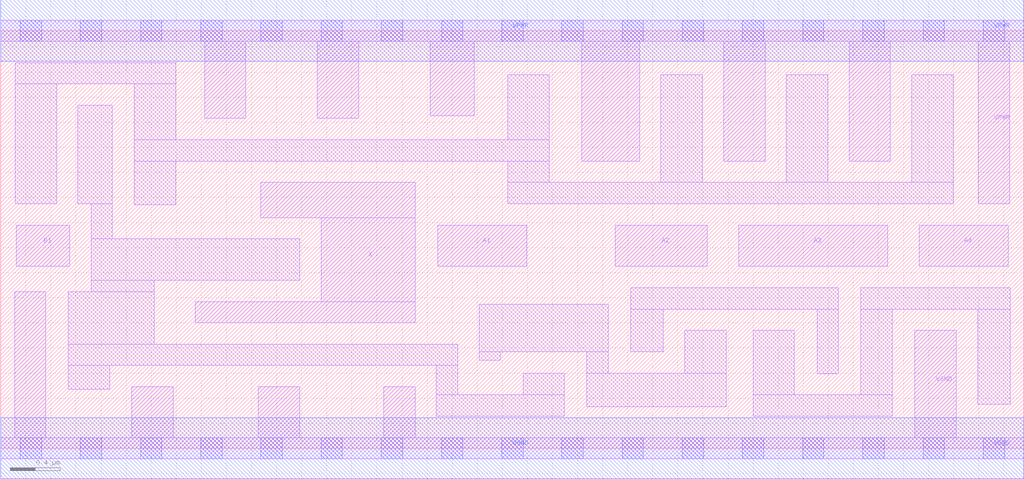
<source format=lef>
# Copyright 2020 The SkyWater PDK Authors
#
# Licensed under the Apache License, Version 2.0 (the "License");
# you may not use this file except in compliance with the License.
# You may obtain a copy of the License at
#
#     https://www.apache.org/licenses/LICENSE-2.0
#
# Unless required by applicable law or agreed to in writing, software
# distributed under the License is distributed on an "AS IS" BASIS,
# WITHOUT WARRANTIES OR CONDITIONS OF ANY KIND, either express or implied.
# See the License for the specific language governing permissions and
# limitations under the License.
#
# SPDX-License-Identifier: Apache-2.0

VERSION 5.7 ;
  NAMESCASESENSITIVE ON ;
  NOWIREEXTENSIONATPIN ON ;
  DIVIDERCHAR "/" ;
  BUSBITCHARS "[]" ;
UNITS
  DATABASE MICRONS 200 ;
END UNITS
MACRO sky130_fd_sc_hs__a41o_4
  CLASS CORE ;
  SOURCE USER ;
  FOREIGN sky130_fd_sc_hs__a41o_4 ;
  ORIGIN  0.000000  0.000000 ;
  SIZE  8.160000 BY  3.330000 ;
  SYMMETRY X Y ;
  SITE unit ;
  PIN A1
    ANTENNAGATEAREA  0.522000 ;
    DIRECTION INPUT ;
    USE SIGNAL ;
    PORT
      LAYER li1 ;
        RECT 3.485000 1.450000 4.195000 1.780000 ;
    END
  END A1
  PIN A2
    ANTENNAGATEAREA  0.522000 ;
    DIRECTION INPUT ;
    USE SIGNAL ;
    PORT
      LAYER li1 ;
        RECT 4.900000 1.450000 5.635000 1.780000 ;
    END
  END A2
  PIN A3
    ANTENNAGATEAREA  0.522000 ;
    DIRECTION INPUT ;
    USE SIGNAL ;
    PORT
      LAYER li1 ;
        RECT 5.885000 1.450000 7.075000 1.780000 ;
    END
  END A3
  PIN A4
    ANTENNAGATEAREA  0.522000 ;
    DIRECTION INPUT ;
    USE SIGNAL ;
    PORT
      LAYER li1 ;
        RECT 7.325000 1.450000 8.035000 1.780000 ;
    END
  END A4
  PIN B1
    ANTENNAGATEAREA  0.522000 ;
    DIRECTION INPUT ;
    USE SIGNAL ;
    PORT
      LAYER li1 ;
        RECT 0.125000 1.450000 0.550000 1.780000 ;
    END
  END B1
  PIN X
    ANTENNADIFFAREA  1.086400 ;
    DIRECTION OUTPUT ;
    USE SIGNAL ;
    PORT
      LAYER li1 ;
        RECT 1.550000 1.000000 3.305000 1.170000 ;
        RECT 2.075000 1.840000 3.305000 2.120000 ;
        RECT 2.555000 1.170000 3.305000 1.840000 ;
    END
  END X
  PIN VGND
    DIRECTION INOUT ;
    USE GROUND ;
    PORT
      LAYER li1 ;
        RECT 0.000000 -0.085000 8.160000 0.085000 ;
        RECT 0.110000  0.085000 0.360000 1.250000 ;
        RECT 1.045000  0.085000 1.375000 0.490000 ;
        RECT 2.055000  0.085000 2.385000 0.490000 ;
        RECT 3.055000  0.085000 3.305000 0.490000 ;
        RECT 7.290000  0.085000 7.620000 0.940000 ;
      LAYER mcon ;
        RECT 0.155000 -0.085000 0.325000 0.085000 ;
        RECT 0.635000 -0.085000 0.805000 0.085000 ;
        RECT 1.115000 -0.085000 1.285000 0.085000 ;
        RECT 1.595000 -0.085000 1.765000 0.085000 ;
        RECT 2.075000 -0.085000 2.245000 0.085000 ;
        RECT 2.555000 -0.085000 2.725000 0.085000 ;
        RECT 3.035000 -0.085000 3.205000 0.085000 ;
        RECT 3.515000 -0.085000 3.685000 0.085000 ;
        RECT 3.995000 -0.085000 4.165000 0.085000 ;
        RECT 4.475000 -0.085000 4.645000 0.085000 ;
        RECT 4.955000 -0.085000 5.125000 0.085000 ;
        RECT 5.435000 -0.085000 5.605000 0.085000 ;
        RECT 5.915000 -0.085000 6.085000 0.085000 ;
        RECT 6.395000 -0.085000 6.565000 0.085000 ;
        RECT 6.875000 -0.085000 7.045000 0.085000 ;
        RECT 7.355000 -0.085000 7.525000 0.085000 ;
        RECT 7.835000 -0.085000 8.005000 0.085000 ;
      LAYER met1 ;
        RECT 0.000000 -0.245000 8.160000 0.245000 ;
    END
  END VGND
  PIN VPWR
    DIRECTION INOUT ;
    USE POWER ;
    PORT
      LAYER li1 ;
        RECT 0.000000 3.245000 8.160000 3.415000 ;
        RECT 1.625000 2.630000 1.955000 3.245000 ;
        RECT 2.525000 2.630000 2.855000 3.245000 ;
        RECT 3.425000 2.650000 3.775000 3.245000 ;
        RECT 4.635000 2.290000 5.095000 3.245000 ;
        RECT 5.765000 2.290000 6.095000 3.245000 ;
        RECT 6.765000 2.290000 7.095000 3.245000 ;
        RECT 7.795000 1.950000 8.045000 3.245000 ;
      LAYER mcon ;
        RECT 0.155000 3.245000 0.325000 3.415000 ;
        RECT 0.635000 3.245000 0.805000 3.415000 ;
        RECT 1.115000 3.245000 1.285000 3.415000 ;
        RECT 1.595000 3.245000 1.765000 3.415000 ;
        RECT 2.075000 3.245000 2.245000 3.415000 ;
        RECT 2.555000 3.245000 2.725000 3.415000 ;
        RECT 3.035000 3.245000 3.205000 3.415000 ;
        RECT 3.515000 3.245000 3.685000 3.415000 ;
        RECT 3.995000 3.245000 4.165000 3.415000 ;
        RECT 4.475000 3.245000 4.645000 3.415000 ;
        RECT 4.955000 3.245000 5.125000 3.415000 ;
        RECT 5.435000 3.245000 5.605000 3.415000 ;
        RECT 5.915000 3.245000 6.085000 3.415000 ;
        RECT 6.395000 3.245000 6.565000 3.415000 ;
        RECT 6.875000 3.245000 7.045000 3.415000 ;
        RECT 7.355000 3.245000 7.525000 3.415000 ;
        RECT 7.835000 3.245000 8.005000 3.415000 ;
      LAYER met1 ;
        RECT 0.000000 3.085000 8.160000 3.575000 ;
    END
  END VPWR
  OBS
    LAYER li1 ;
      RECT 0.115000 1.950000 0.445000 2.905000 ;
      RECT 0.115000 2.905000 1.395000 3.075000 ;
      RECT 0.540000 0.470000 0.870000 0.660000 ;
      RECT 0.540000 0.660000 3.645000 0.830000 ;
      RECT 0.540000 0.830000 1.225000 1.250000 ;
      RECT 0.615000 1.950000 0.890000 2.735000 ;
      RECT 0.720000 1.250000 1.225000 1.340000 ;
      RECT 0.720000 1.340000 2.385000 1.670000 ;
      RECT 0.720000 1.670000 0.890000 1.950000 ;
      RECT 1.065000 1.940000 1.395000 2.290000 ;
      RECT 1.065000 2.290000 4.375000 2.460000 ;
      RECT 1.065000 2.460000 1.395000 2.905000 ;
      RECT 3.475000 0.255000 4.495000 0.425000 ;
      RECT 3.475000 0.425000 3.645000 0.660000 ;
      RECT 3.815000 0.700000 3.985000 0.770000 ;
      RECT 3.815000 0.770000 4.845000 1.150000 ;
      RECT 4.045000 1.950000 7.595000 2.120000 ;
      RECT 4.045000 2.120000 4.375000 2.290000 ;
      RECT 4.045000 2.460000 4.375000 2.980000 ;
      RECT 4.165000 0.425000 4.495000 0.600000 ;
      RECT 4.675000 0.330000 5.785000 0.600000 ;
      RECT 4.675000 0.600000 4.845000 0.770000 ;
      RECT 5.025000 0.770000 5.285000 1.110000 ;
      RECT 5.025000 1.110000 6.680000 1.280000 ;
      RECT 5.265000 2.120000 5.595000 2.980000 ;
      RECT 5.455000 0.600000 5.785000 0.940000 ;
      RECT 6.000000 0.255000 7.110000 0.425000 ;
      RECT 6.000000 0.425000 6.330000 0.940000 ;
      RECT 6.265000 2.120000 6.595000 2.980000 ;
      RECT 6.510000 0.595000 6.680000 1.110000 ;
      RECT 6.860000 0.425000 7.110000 1.110000 ;
      RECT 6.860000 1.110000 8.050000 1.280000 ;
      RECT 7.265000 2.120000 7.595000 2.980000 ;
      RECT 7.790000 0.350000 8.050000 1.110000 ;
  END
END sky130_fd_sc_hs__a41o_4

</source>
